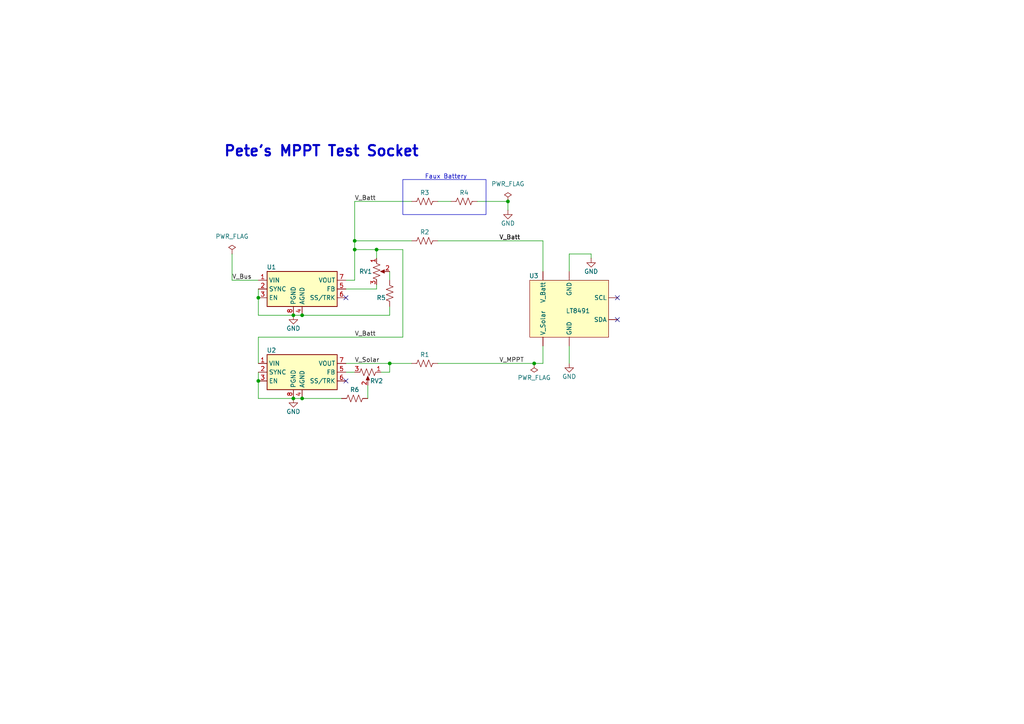
<source format=kicad_sch>
(kicad_sch (version 20231120) (generator "eeschema") (generator_version "8.0")
  (paper "A4")
  (lib_symbols
    (symbol "Device:R_Potentiometer_US" (pin_names (offset 1.016) hide)
      (property "Reference" "RV" (at -4.445 0 90))
      (property "Value" "R_Potentiometer_US" (at -2.54 0 90))
      (symbol "R_Potentiometer_US_0_1"
        (polyline (pts (xy 0 -2.286) (xy 0 -2.54)))
        (polyline (pts (xy 0 2.54) (xy 0 2.286)))
        (polyline (pts (xy 2.54 0) (xy 1.524 0)))
        (polyline (pts (xy 1.143 0) (xy 2.286 0.508) (xy 2.286 -0.508) (xy 1.143 0)) (fill (type outline)))
        (polyline (pts (xy 0 -0.762) (xy 1.016 -1.143) (xy 0 -1.524) (xy -1.016 -1.905) (xy 0 -2.286)))
        (polyline (pts (xy 0 0.762) (xy 1.016 0.381) (xy 0 0) (xy -1.016 -0.381) (xy 0 -0.762)))
        (polyline (pts (xy 0 2.286) (xy 1.016 1.905) (xy 0 1.524) (xy -1.016 1.143) (xy 0 0.762)))
      )
      (symbol "R_Potentiometer_US_1_1"
        (pin passive line (at 0 3.81 270) (length 1.27) (name "1") (number "1"))
        (pin passive line (at 3.81 0 180) (length 1.27) (name "2") (number "2"))
        (pin passive line (at 0 -3.81 90) (length 1.27) (name "3") (number "3"))
      )
    )
    (symbol "Device:R_US" (pin_numbers hide) (pin_names (offset 0))
      (property "Reference" "R" (at 2.54 0 90))
      (property "Value" "R_US" (at -2.54 0 90))
      (symbol "R_US_0_1"
        (polyline (pts (xy 0 -2.286) (xy 0 -2.54)))
        (polyline (pts (xy 0 2.286) (xy 0 2.54)))
        (polyline (pts (xy 0 -0.762) (xy 1.016 -1.143) (xy 0 -1.524) (xy -1.016 -1.905) (xy 0 -2.286)))
        (polyline (pts (xy 0 0.762) (xy 1.016 0.381) (xy 0 0) (xy -1.016 -0.381) (xy 0 -0.762)))
        (polyline (pts (xy 0 2.286) (xy 1.016 1.905) (xy 0 1.524) (xy -1.016 1.143) (xy 0 0.762)))
      )
      (symbol "R_US_1_1"
        (pin passive line (at 0 3.81 270) (length 1.27) (name "~") (number "1"))
        (pin passive line (at 0 -3.81 90) (length 1.27) (name "~") (number "2"))
      )
    )
    (symbol "Regulator_Switching:171050601"
      (property "Reference" "U" (at -8.89 6.35 0))
      (property "Value" "171050601" (at 6.35 6.35 0))
      (symbol "171050601_0_1"
        (rectangle (start -10.16 5.08) (end 10.16 -5.08) (stroke (width 0.254)) (fill (type background)))
      )
      (symbol "171050601_1_1"
        (pin power_in line (at -12.7 2.54 0) (length 2.54) (name "VIN") (number "1"))
        (pin input line (at -12.7 0 0) (length 2.54) (name "SYNC") (number "2"))
        (pin input line (at -12.7 -2.54 0) (length 2.54) (name "EN") (number "3"))
        (pin power_in line (at 0 -7.62 90) (length 2.54) (name "AGND") (number "4"))
        (pin input line (at 12.7 0 180) (length 2.54) (name "FB") (number "5"))
        (pin input line (at 12.7 -2.54 180) (length 2.54) (name "SS/TRK") (number "6"))
        (pin power_out line (at 12.7 2.54 180) (length 2.54) (name "VOUT") (number "7"))
        (pin power_in line (at -2.54 -7.62 90) (length 2.54) (name "PGND") (number "8"))
      )
    )
    (symbol "power:GND" (power) (pin_numbers hide) (pin_names (offset 0) hide)
      (property "Value" "GND" (at 0 -3.81 0))
      (symbol "GND_0_1"
        (polyline (pts (xy 0 0) (xy 0 -1.27) (xy 1.27 -1.27) (xy 0 -2.54) (xy -1.27 -1.27) (xy 0 -1.27)))
      )
      (symbol "GND_1_1"
        (pin power_in line (at 0 0 270) (length 0) (name "~") (number "1"))
      )
    )
    (symbol "power:PWR_FLAG" (power) (pin_numbers hide) (pin_names (offset 0) hide)
      (property "Value" "PWR_FLAG" (at 0 3.81 0))
      (symbol "PWR_FLAG_0_0"
        (pin power_out line (at 0 0 90) (length 0) (name "~") (number "1"))
      )
      (symbol "PWR_FLAG_0_1"
        (polyline (pts (xy 0 0) (xy 0 1.27) (xy -1.016 1.905) (xy 0 2.54) (xy 1.016 1.905) (xy 0 1.27)))
      )
    )
    (symbol "ssi_IC:LT8491_solar_charger_test_socket"
      (property "Reference" "U" (at -11.43 10.16 0))
      (property "Value" "LT8491" (at 0 0 0))
      (symbol "LT8491_solar_charger_test_socket_1_1"
        (rectangle (start -13.97 8.89) (end 8.89 -7.62) (fill (type background)))
        (pin passive line (at -2.54 -10.16 90) (length 2.54) (name "GND") (number ""))
        (pin passive line (at -2.54 11.43 270) (length 2.54) (name "GND") (number ""))
        (pin passive line (at 11.43 3.81 180) (length 2.54) (name "SCL") (number ""))
        (pin passive line (at 11.43 -2.54 180) (length 2.54) (name "SDA") (number ""))
        (pin passive line (at -10.16 11.43 270) (length 2.54) (name "V_Batt") (number ""))
        (pin power_in line (at -10.16 -10.16 90) (length 2.54) (name "V_Solar") (number ""))
      )
    )
  )
  (junction (at 74.93 86.36))
  (junction (at 85.09 115.57))
  (junction (at 147.32 58.42))
  (junction (at 74.93 110.49))
  (junction (at 109.22 72.39))
  (junction (at 85.09 91.44))
  (junction (at 154.94 105.41))
  (junction (at 102.87 72.39))
  (junction (at 87.63 115.57))
  (junction (at 113.03 105.41))
  (junction (at 102.87 69.85))
  (junction (at 87.63 91.44))
  (no_connect (at 100.33 86.36))
  (no_connect (at 179.07 86.36))
  (no_connect (at 179.07 92.71))
  (no_connect (at 100.33 110.49))
  (wire (pts (xy 127 58.42) (xy 130.81 58.42)))
  (wire (pts (xy 157.48 78.74) (xy 157.48 69.85)))
  (wire (pts (xy 74.93 81.28) (xy 67.31 81.28)))
  (wire (pts (xy 110.49 107.95) (xy 113.03 107.95)))
  (wire (pts (xy 109.22 72.39) (xy 116.84 72.39)))
  (wire (pts (xy 74.93 107.95) (xy 74.93 110.49)))
  (wire (pts (xy 113.03 105.41) (xy 119.38 105.41)))
  (wire (pts (xy 102.87 69.85) (xy 102.87 72.39)))
  (wire (pts (xy 165.1 73.66) (xy 171.45 73.66)))
  (wire (pts (xy 138.43 58.42) (xy 147.32 58.42)))
  (wire (pts (xy 109.22 82.55) (xy 109.22 83.82)))
  (wire (pts (xy 154.94 105.41) (xy 157.48 105.41)))
  (wire (pts (xy 157.48 100.33) (xy 157.48 105.41)))
  (wire (pts (xy 165.1 100.33) (xy 165.1 105.41)))
  (wire (pts (xy 147.32 58.42) (xy 147.32 60.96)))
  (wire (pts (xy 87.63 115.57) (xy 99.06 115.57)))
  (wire (pts (xy 102.87 69.85) (xy 102.87 58.42)))
  (wire (pts (xy 100.33 83.82) (xy 109.22 83.82)))
  (wire (pts (xy 102.87 72.39) (xy 109.22 72.39)))
  (wire (pts (xy 85.09 91.44) (xy 87.63 91.44)))
  (wire (pts (xy 113.03 78.74) (xy 113.03 81.28)))
  (wire (pts (xy 74.93 86.36) (xy 74.93 91.44)))
  (wire (pts (xy 113.03 88.9) (xy 113.03 91.44)))
  (wire (pts (xy 74.93 83.82) (xy 74.93 86.36)))
  (wire (pts (xy 87.63 91.44) (xy 113.03 91.44)))
  (wire (pts (xy 113.03 107.95) (xy 113.03 105.41)))
  (wire (pts (xy 109.22 72.39) (xy 109.22 74.93)))
  (wire (pts (xy 74.93 110.49) (xy 74.93 115.57)))
  (wire (pts (xy 67.31 73.66) (xy 67.31 81.28)))
  (wire (pts (xy 171.45 73.66) (xy 171.45 74.93)))
  (wire (pts (xy 165.1 78.74) (xy 165.1 73.66)))
  (wire (pts (xy 100.33 81.28) (xy 102.87 81.28)))
  (wire (pts (xy 157.48 69.85) (xy 127 69.85)))
  (wire (pts (xy 74.93 91.44) (xy 85.09 91.44)))
  (wire (pts (xy 74.93 105.41) (xy 74.93 97.79)))
  (wire (pts (xy 106.68 111.76) (xy 106.68 115.57)))
  (wire (pts (xy 127 105.41) (xy 154.94 105.41)))
  (wire (pts (xy 116.84 97.79) (xy 116.84 72.39)))
  (wire (pts (xy 85.09 115.57) (xy 87.63 115.57)))
  (wire (pts (xy 100.33 105.41) (xy 113.03 105.41)))
  (wire (pts (xy 100.33 107.95) (xy 102.87 107.95)))
  (wire (pts (xy 102.87 58.42) (xy 119.38 58.42)))
  (wire (pts (xy 74.93 115.57) (xy 85.09 115.57)))
  (wire (pts (xy 102.87 72.39) (xy 102.87 81.28)))
  (wire (pts (xy 74.93 97.79) (xy 116.84 97.79)))
  (wire (pts (xy 102.87 69.85) (xy 119.38 69.85)))
  (rectangle (start 116.84 52.07) (end 140.97 62.23))
  (text "Pete's MPPT Test Socket" (at 64.77 45.72 0) (effects (font (size 3 3) (thickness 0.6) (bold yes)) (justify left bottom)))
  (text "Faux Battery" (at 123.19 52.07 0) (effects (font (size 1.27 1.27)) (justify left bottom)))
  (label "V_Batt" (at 144.78 69.85 0))
  (label "V_Batt" (at 102.87 97.79 0))
  (label "V_Batt" (at 102.87 58.42 0))
  (label "V_MPPT" (at 144.78 105.41 0))
  (label "V_Batt" (at 144.78 69.85 0))
  (label "V_Bus" (at 67.31 81.28 0))
  (label "V_Solar" (at 102.87 105.41 0))
  (symbol (lib_id "Device:R_Potentiometer_US") (at 106.68 107.95 270) (unit 1)
    (property "Reference" "RV2" (at 109.22 110.49 90))
    (property "Value" "R_Potentiometer_US" (effects (hide yes)))
  )
  (symbol (lib_id "ssi_IC:LT8491_solar_charger_test_socket") (at 167.64 90.17 0) (unit 1)
    (property "Reference" "U3" (at 156.21 80.01 0) (effects (justify right)))
    (property "Value" "LT8491" (at 167.64 90.17 0))
  )
  (symbol (lib_id "Device:R_US") (at 102.87 115.57 90) (unit 1)
    (property "Reference" "R6" (at 102.87 113.03 90))
    (property "Value" "R_US" (effects (hide yes)))
  )
  (symbol (lib_id "Device:R_US") (at 123.19 58.42 90) (unit 1)
    (property "Reference" "R3" (at 123.19 55.88 90))
    (property "Value" "R_US" (effects (hide yes)))
  )
  (symbol (lib_id "power:GND") (at 165.1 105.41 0) (unit 1)
    (property "Reference" "#PWR02" (effects (hide yes)))
    (property "Value" "GND" (at 165.1 109.22 0))
  )
  (symbol (lib_id "Device:R_US") (at 123.19 105.41 90) (unit 1)
    (property "Reference" "R1" (at 123.19 102.87 90))
    (property "Value" "R_US" (effects (hide yes)))
  )
  (symbol (lib_id "power:GND") (at 85.09 115.57 0) (unit 1)
    (property "Reference" "#PWR05" (effects (hide yes)))
    (property "Value" "GND" (at 85.09 119.38 0))
  )
  (symbol (lib_id "power:GND") (at 147.32 60.96 0) (unit 1)
    (property "Reference" "#PWR01" (effects (hide yes)))
    (property "Value" "GND" (at 147.32 64.77 0))
  )
  (symbol (lib_id "power:PWR_FLAG") (at 67.31 73.66 0) (unit 1)
    (property "Reference" "#FLG01" (effects (hide yes)))
    (property "Value" "PWR_FLAG" (at 67.31 68.58 0))
  )
  (symbol (lib_id "power:GND") (at 85.09 91.44 0) (unit 1)
    (property "Reference" "#PWR04" (effects (hide yes)))
    (property "Value" "GND" (at 85.09 95.25 0))
  )
  (symbol (lib_id "Device:R_US") (at 113.03 85.09 0) (unit 1)
    (property "Reference" "R5" (at 109.22 86.36 0) (effects (justify left)))
    (property "Value" "R_US" (effects (hide yes)))
  )
  (symbol (lib_id "Device:R_US") (at 123.19 69.85 90) (unit 1)
    (property "Reference" "R2" (at 123.19 67.31 90))
    (property "Value" "R_US" (effects (hide yes)))
  )
  (symbol (lib_id "Regulator_Switching:171050601") (at 87.63 83.82 0) (unit 1)
    (property "Reference" "U1" (at 78.74 77.47 0))
    (property "Value" "171050601" (effects (hide yes)))
    (property "Footprint" "Package_TO_SOT_SMD:TO-263-7_TabPin8" (effects (hide yes)))
    (property "Datasheet" "https://katalog.we-online.de/pm/datasheet/171050601.pdf" (effects (hide yes)))
  )
  (symbol (lib_id "power:PWR_FLAG") (at 154.94 105.41 180) (unit 1)
    (property "Reference" "#FLG03" (effects (hide yes)))
    (property "Value" "PWR_FLAG" (at 154.94 109.5431 0))
  )
  (symbol (lib_id "power:GND") (at 171.45 74.93 0) (unit 1)
    (property "Reference" "#PWR03" (effects (hide yes)))
    (property "Value" "GND" (at 171.45 78.74 0))
  )
  (symbol (lib_id "power:PWR_FLAG") (at 147.32 58.42 0) (unit 1)
    (property "Reference" "#FLG02" (effects (hide yes)))
    (property "Value" "PWR_FLAG" (at 147.32 53.34 0))
  )
  (symbol (lib_id "Device:R_US") (at 134.62 58.42 90) (unit 1)
    (property "Reference" "R4" (at 134.62 55.88 90))
    (property "Value" "R_US" (effects (hide yes)))
  )
  (symbol (lib_id "Device:R_Potentiometer_US") (at 109.22 78.74 0) (unit 1)
    (property "Reference" "RV1" (at 107.95 78.74 0) (effects (justify right)))
    (property "Value" "R_Potentiometer_US" (effects (hide yes)))
  )
  (symbol (lib_id "Regulator_Switching:171050601") (at 87.63 107.95 0) (unit 1)
    (property "Reference" "U2" (at 78.74 101.6 0))
    (property "Value" "171050601" (effects (hide yes)))
    (property "Footprint" "Package_TO_SOT_SMD:TO-263-7_TabPin8" (effects (hide yes)))
    (property "Datasheet" "https://katalog.we-online.de/pm/datasheet/171050601.pdf" (effects (hide yes)))
  )
)
</source>
